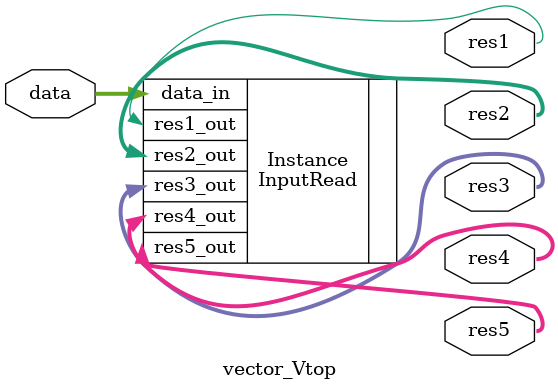
<source format=v>
`timescale 1ns / 1ps


module vector_Vtop(
    input  [7:0] data,
    output       res1,
    output [3:0] res2,
    output [0:7] res3,
    output [7:0] res4,
    output [7:0] res5
    );
    
InputRead Instance(.data_in(data),  .res1_out(res1),
                   .res2_out(res2), .res3_out(res3),
                   .res4_out(res4), .res5_out(res5));

endmodule

</source>
